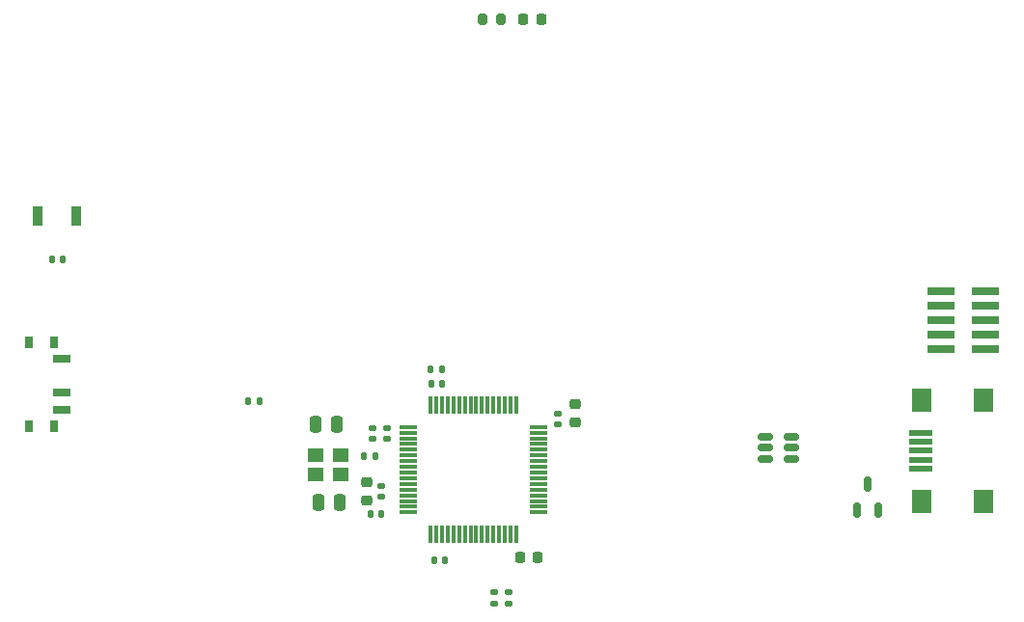
<source format=gbr>
%TF.GenerationSoftware,KiCad,Pcbnew,7.0.7*%
%TF.CreationDate,2023-10-17T18:40:51-05:00*%
%TF.ProjectId,stm32f405rgt6,73746d33-3266-4343-9035-726774362e6b,rev?*%
%TF.SameCoordinates,Original*%
%TF.FileFunction,Paste,Top*%
%TF.FilePolarity,Positive*%
%FSLAX46Y46*%
G04 Gerber Fmt 4.6, Leading zero omitted, Abs format (unit mm)*
G04 Created by KiCad (PCBNEW 7.0.7) date 2023-10-17 18:40:51*
%MOMM*%
%LPD*%
G01*
G04 APERTURE LIST*
G04 Aperture macros list*
%AMRoundRect*
0 Rectangle with rounded corners*
0 $1 Rounding radius*
0 $2 $3 $4 $5 $6 $7 $8 $9 X,Y pos of 4 corners*
0 Add a 4 corners polygon primitive as box body*
4,1,4,$2,$3,$4,$5,$6,$7,$8,$9,$2,$3,0*
0 Add four circle primitives for the rounded corners*
1,1,$1+$1,$2,$3*
1,1,$1+$1,$4,$5*
1,1,$1+$1,$6,$7*
1,1,$1+$1,$8,$9*
0 Add four rect primitives between the rounded corners*
20,1,$1+$1,$2,$3,$4,$5,0*
20,1,$1+$1,$4,$5,$6,$7,0*
20,1,$1+$1,$6,$7,$8,$9,0*
20,1,$1+$1,$8,$9,$2,$3,0*%
G04 Aperture macros list end*
%ADD10RoundRect,0.135000X0.135000X0.185000X-0.135000X0.185000X-0.135000X-0.185000X0.135000X-0.185000X0*%
%ADD11RoundRect,0.147500X-0.147500X-0.172500X0.147500X-0.172500X0.147500X0.172500X-0.147500X0.172500X0*%
%ADD12RoundRect,0.218750X-0.218750X-0.256250X0.218750X-0.256250X0.218750X0.256250X-0.218750X0.256250X0*%
%ADD13RoundRect,0.150000X0.150000X-0.512500X0.150000X0.512500X-0.150000X0.512500X-0.150000X-0.512500X0*%
%ADD14RoundRect,0.135000X-0.185000X0.135000X-0.185000X-0.135000X0.185000X-0.135000X0.185000X0.135000X0*%
%ADD15RoundRect,0.140000X0.140000X0.170000X-0.140000X0.170000X-0.140000X-0.170000X0.140000X-0.170000X0*%
%ADD16RoundRect,0.135000X0.185000X-0.135000X0.185000X0.135000X-0.185000X0.135000X-0.185000X-0.135000X0*%
%ADD17R,0.900000X1.700000*%
%ADD18R,0.800000X1.000000*%
%ADD19R,1.500000X0.700000*%
%ADD20RoundRect,0.140000X-0.140000X-0.170000X0.140000X-0.170000X0.140000X0.170000X-0.140000X0.170000X0*%
%ADD21RoundRect,0.140000X-0.170000X0.140000X-0.170000X-0.140000X0.170000X-0.140000X0.170000X0.140000X0*%
%ADD22R,2.400000X0.740000*%
%ADD23RoundRect,0.140000X0.170000X-0.140000X0.170000X0.140000X-0.170000X0.140000X-0.170000X-0.140000X0*%
%ADD24R,1.400000X1.200000*%
%ADD25RoundRect,0.150000X0.512500X0.150000X-0.512500X0.150000X-0.512500X-0.150000X0.512500X-0.150000X0*%
%ADD26RoundRect,0.225000X0.250000X-0.225000X0.250000X0.225000X-0.250000X0.225000X-0.250000X-0.225000X0*%
%ADD27RoundRect,0.250000X0.250000X0.475000X-0.250000X0.475000X-0.250000X-0.475000X0.250000X-0.475000X0*%
%ADD28RoundRect,0.075000X-0.700000X-0.075000X0.700000X-0.075000X0.700000X0.075000X-0.700000X0.075000X0*%
%ADD29RoundRect,0.075000X-0.075000X-0.700000X0.075000X-0.700000X0.075000X0.700000X-0.075000X0.700000X0*%
%ADD30RoundRect,0.250000X-0.250000X-0.475000X0.250000X-0.475000X0.250000X0.475000X-0.250000X0.475000X0*%
%ADD31RoundRect,0.200000X0.200000X0.275000X-0.200000X0.275000X-0.200000X-0.275000X0.200000X-0.275000X0*%
%ADD32R,2.000000X0.500000*%
%ADD33R,1.700000X2.000000*%
%ADD34RoundRect,0.225000X-0.250000X0.225000X-0.250000X-0.225000X0.250000X-0.225000X0.250000X0.225000X0*%
%ADD35RoundRect,0.225000X-0.225000X-0.250000X0.225000X-0.250000X0.225000X0.250000X-0.225000X0.250000X0*%
G04 APERTURE END LIST*
D10*
%TO.C,R3*%
X144782000Y-95758000D03*
X143762000Y-95758000D03*
%TD*%
D11*
%TO.C,L1*%
X154455000Y-105664000D03*
X155425000Y-105664000D03*
%TD*%
D12*
%TO.C,D1*%
X167868500Y-62230000D03*
X169443500Y-62230000D03*
%TD*%
D13*
%TO.C,XC6206P332MR1*%
X197170000Y-105277500D03*
X199070000Y-105277500D03*
X198120000Y-103002500D03*
%TD*%
D14*
%TO.C,R1*%
X166624000Y-112520000D03*
X166624000Y-113540000D03*
%TD*%
D15*
%TO.C,C9*%
X127484000Y-83312000D03*
X126524000Y-83312000D03*
%TD*%
D16*
%TO.C,R2*%
X165354000Y-113540000D03*
X165354000Y-112520000D03*
%TD*%
D10*
%TO.C,R4*%
X154942000Y-100584000D03*
X153922000Y-100584000D03*
%TD*%
D17*
%TO.C,SW1*%
X125300000Y-79502000D03*
X128700000Y-79502000D03*
%TD*%
D18*
%TO.C,SW2*%
X126731000Y-90584000D03*
X124521000Y-90584000D03*
X126731000Y-97884000D03*
X124521000Y-97884000D03*
D19*
X127381000Y-91984000D03*
X127381000Y-94984000D03*
X127381000Y-96484000D03*
%TD*%
D20*
%TO.C,C6*%
X159766000Y-92964000D03*
X160726000Y-92964000D03*
%TD*%
D21*
%TO.C,C5*%
X155956000Y-98072000D03*
X155956000Y-99032000D03*
%TD*%
D22*
%TO.C,J2*%
X208452000Y-91186000D03*
X204552000Y-91186000D03*
X208452000Y-89916000D03*
X204552000Y-89916000D03*
X208452000Y-88646000D03*
X204552000Y-88646000D03*
X208452000Y-87376000D03*
X204552000Y-87376000D03*
X208452000Y-86106000D03*
X204552000Y-86106000D03*
%TD*%
D20*
%TO.C,C2*%
X159794000Y-94234000D03*
X160754000Y-94234000D03*
%TD*%
D23*
%TO.C,C8*%
X155448000Y-104112000D03*
X155448000Y-103152000D03*
%TD*%
D24*
%TO.C,Y1*%
X151892000Y-100496000D03*
X149692000Y-100496000D03*
X149692000Y-102196000D03*
X151892000Y-102196000D03*
%TD*%
D25*
%TO.C,U1*%
X191383500Y-100772000D03*
X191383500Y-99822000D03*
X191383500Y-98872000D03*
X189108500Y-98872000D03*
X189108500Y-99822000D03*
X189108500Y-100772000D03*
%TD*%
D21*
%TO.C,C3*%
X170942000Y-96802000D03*
X170942000Y-97762000D03*
%TD*%
%TO.C,C1*%
X154686000Y-98072000D03*
X154686000Y-99032000D03*
%TD*%
D26*
%TO.C,C13*%
X172466000Y-97549000D03*
X172466000Y-95999000D03*
%TD*%
D27*
%TO.C,C10*%
X151572000Y-97790000D03*
X149672000Y-97790000D03*
%TD*%
D28*
%TO.C,U2*%
X157835000Y-97988000D03*
X157835000Y-98488000D03*
X157835000Y-98988000D03*
X157835000Y-99488000D03*
X157835000Y-99988000D03*
X157835000Y-100488000D03*
X157835000Y-100988000D03*
X157835000Y-101488000D03*
X157835000Y-101988000D03*
X157835000Y-102488000D03*
X157835000Y-102988000D03*
X157835000Y-103488000D03*
X157835000Y-103988000D03*
X157835000Y-104488000D03*
X157835000Y-104988000D03*
X157835000Y-105488000D03*
D29*
X159760000Y-107413000D03*
X160260000Y-107413000D03*
X160760000Y-107413000D03*
X161260000Y-107413000D03*
X161760000Y-107413000D03*
X162260000Y-107413000D03*
X162760000Y-107413000D03*
X163260000Y-107413000D03*
X163760000Y-107413000D03*
X164260000Y-107413000D03*
X164760000Y-107413000D03*
X165260000Y-107413000D03*
X165760000Y-107413000D03*
X166260000Y-107413000D03*
X166760000Y-107413000D03*
X167260000Y-107413000D03*
D28*
X169185000Y-105488000D03*
X169185000Y-104988000D03*
X169185000Y-104488000D03*
X169185000Y-103988000D03*
X169185000Y-103488000D03*
X169185000Y-102988000D03*
X169185000Y-102488000D03*
X169185000Y-101988000D03*
X169185000Y-101488000D03*
X169185000Y-100988000D03*
X169185000Y-100488000D03*
X169185000Y-99988000D03*
X169185000Y-99488000D03*
X169185000Y-98988000D03*
X169185000Y-98488000D03*
X169185000Y-97988000D03*
D29*
X167260000Y-96063000D03*
X166760000Y-96063000D03*
X166260000Y-96063000D03*
X165760000Y-96063000D03*
X165260000Y-96063000D03*
X164760000Y-96063000D03*
X164260000Y-96063000D03*
X163760000Y-96063000D03*
X163260000Y-96063000D03*
X162760000Y-96063000D03*
X162260000Y-96063000D03*
X161760000Y-96063000D03*
X161260000Y-96063000D03*
X160760000Y-96063000D03*
X160260000Y-96063000D03*
X159760000Y-96063000D03*
%TD*%
D15*
%TO.C,C4*%
X161008000Y-109728000D03*
X160048000Y-109728000D03*
%TD*%
D30*
%TO.C,C11*%
X149926000Y-104648000D03*
X151826000Y-104648000D03*
%TD*%
D31*
%TO.C,R5*%
X165925000Y-62230000D03*
X164275000Y-62230000D03*
%TD*%
D32*
%TO.C,J4*%
X202727000Y-101676000D03*
X202727000Y-100876000D03*
X202727000Y-100076000D03*
X202727000Y-99276000D03*
X202727000Y-98476000D03*
D33*
X202827000Y-104526000D03*
X208277000Y-104526000D03*
X202827000Y-95626000D03*
X208277000Y-95626000D03*
%TD*%
D34*
%TO.C,C7*%
X154178000Y-102857000D03*
X154178000Y-104407000D03*
%TD*%
D35*
%TO.C,C12*%
X167627000Y-109474000D03*
X169177000Y-109474000D03*
%TD*%
M02*

</source>
